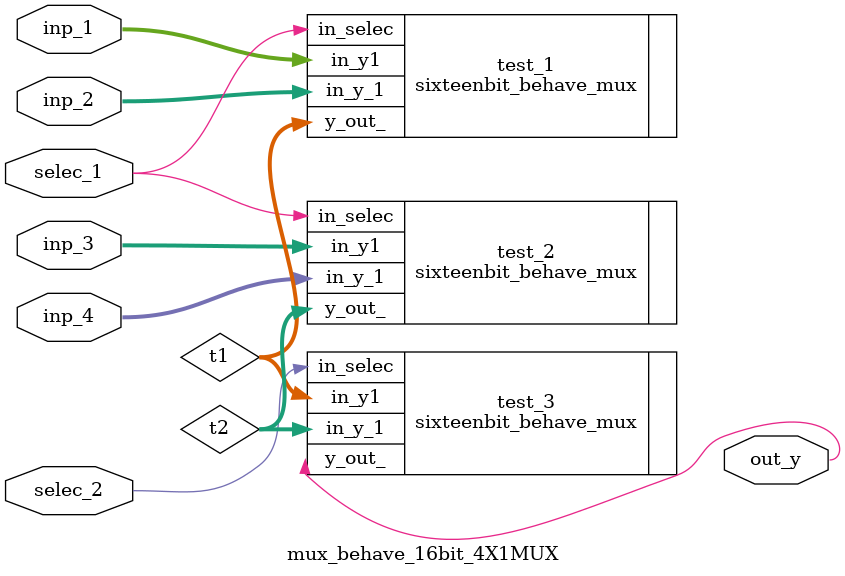
<source format=v>
module mux_behave_16bit_4X1MUX(out_y,inp_1,inp_2,inp_3,inp_4,selec_1,selec_2);
output out_y;
input[15:0] inp_1,inp_2,inp_3,inp_4;
input selec_1,selec_2;

wire[15:0] t1,t2;

sixteenbit_behave_mux test_1(.y_out_(t1),.in_y1(inp_1),.in_y_1(inp_2),.in_selec(selec_1));
sixteenbit_behave_mux test_2(.y_out_(t2),.in_y1(inp_3),.in_y_1(inp_4),.in_selec(selec_1));
sixteenbit_behave_mux test_3(.y_out_(out_y),.in_y1(t1),.in_y_1(t2),.in_selec(selec_2));

endmodule

</source>
